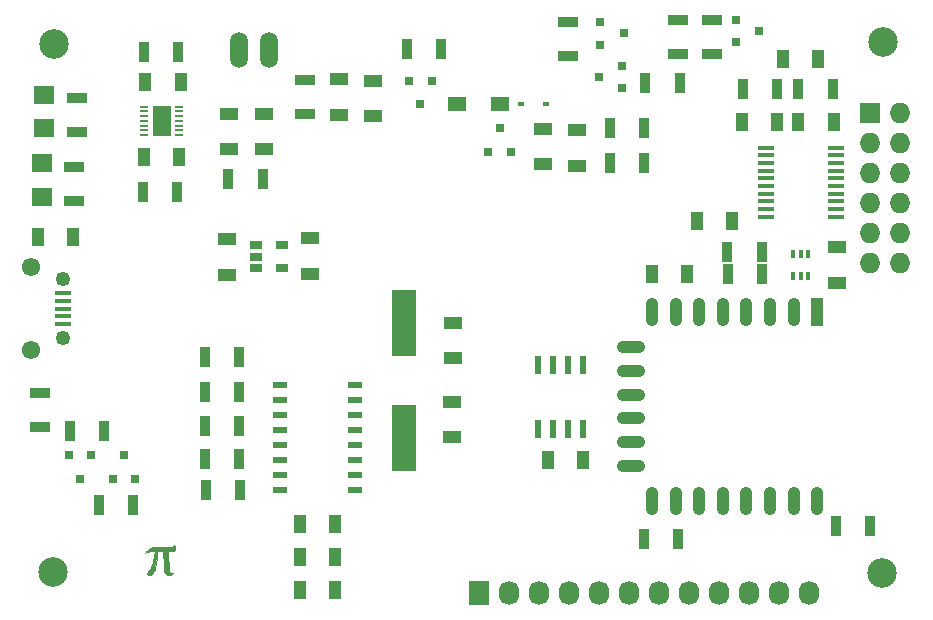
<source format=gts>
G04 #@! TF.FileFunction,Soldermask,Top*
%FSLAX46Y46*%
G04 Gerber Fmt 4.6, Leading zero omitted, Abs format (unit mm)*
G04 Created by KiCad (PCBNEW 4.0.4+e1-6308~48~ubuntu16.04.1-stable) date Fri Oct  7 16:46:28 2016*
%MOMM*%
%LPD*%
G01*
G04 APERTURE LIST*
%ADD10C,0.150000*%
%ADD11C,0.010000*%
%ADD12R,1.727200X2.032000*%
%ADD13O,1.727200X2.032000*%
%ADD14R,0.900000X1.700000*%
%ADD15C,2.500000*%
%ADD16R,1.143000X0.508000*%
%ADD17R,1.600000X1.000000*%
%ADD18O,1.506220X3.014980*%
%ADD19R,1.350000X0.400000*%
%ADD20C,1.250000*%
%ADD21C,1.550000*%
%ADD22R,0.600000X1.550000*%
%ADD23O,2.400000X1.100000*%
%ADD24R,1.100000X2.400000*%
%ADD25O,1.100000X2.400000*%
%ADD26R,0.590000X0.450000*%
%ADD27R,1.000000X1.600000*%
%ADD28R,1.600200X1.198880*%
%ADD29R,1.727200X1.727200*%
%ADD30O,1.727200X1.727200*%
%ADD31R,1.700000X0.900000*%
%ADD32R,2.100580X5.600700*%
%ADD33R,1.800860X1.597660*%
%ADD34R,0.800100X0.800100*%
%ADD35R,1.060000X0.650000*%
%ADD36R,0.700000X0.200000*%
%ADD37R,1.650000X2.500000*%
%ADD38R,0.398780X0.749300*%
%ADD39R,1.450000X0.450000*%
G04 APERTURE END LIST*
D10*
D11*
G36*
X63938164Y-81737621D02*
X63984486Y-81780125D01*
X64022169Y-81836935D01*
X64048672Y-81902087D01*
X64061452Y-81969619D01*
X64059841Y-82023043D01*
X64041998Y-82084157D01*
X64009612Y-82140908D01*
X63966834Y-82187198D01*
X63932211Y-82210484D01*
X63913135Y-82219779D01*
X63894919Y-82226725D01*
X63874061Y-82231730D01*
X63847060Y-82235203D01*
X63810416Y-82237551D01*
X63760628Y-82239181D01*
X63694195Y-82240502D01*
X63671205Y-82240888D01*
X63462781Y-82244317D01*
X63467629Y-82722429D01*
X63469858Y-82915234D01*
X63472502Y-83088093D01*
X63475670Y-83242225D01*
X63479474Y-83378849D01*
X63484024Y-83499184D01*
X63489431Y-83604448D01*
X63495807Y-83695861D01*
X63503262Y-83774641D01*
X63511906Y-83842006D01*
X63521852Y-83899177D01*
X63533209Y-83947371D01*
X63546089Y-83987807D01*
X63560603Y-84021705D01*
X63576861Y-84050282D01*
X63590126Y-84068779D01*
X63623596Y-84100794D01*
X63662327Y-84116517D01*
X63708646Y-84116038D01*
X63764878Y-84099450D01*
X63812813Y-84077582D01*
X63840525Y-84065217D01*
X63858783Y-84060248D01*
X63863084Y-84062082D01*
X63854687Y-84084772D01*
X63832349Y-84114015D01*
X63800343Y-84145588D01*
X63762944Y-84175265D01*
X63725020Y-84198521D01*
X63658271Y-84226813D01*
X63592011Y-84241564D01*
X63518849Y-84243998D01*
X63472113Y-84240439D01*
X63378812Y-84221226D01*
X63297555Y-84184618D01*
X63228365Y-84130642D01*
X63171267Y-84059326D01*
X63126285Y-83970697D01*
X63093444Y-83864784D01*
X63079617Y-83793209D01*
X63077459Y-83770172D01*
X63075015Y-83727909D01*
X63072346Y-83668359D01*
X63069515Y-83593458D01*
X63066584Y-83505145D01*
X63063616Y-83405357D01*
X63060673Y-83296033D01*
X63057816Y-83179109D01*
X63055109Y-83056525D01*
X63053665Y-82985311D01*
X63051175Y-82862613D01*
X63048649Y-82746170D01*
X63046135Y-82637704D01*
X63043681Y-82538934D01*
X63041333Y-82451580D01*
X63039140Y-82377362D01*
X63037149Y-82318000D01*
X63035408Y-82275215D01*
X63033965Y-82250725D01*
X63033191Y-82245413D01*
X63021376Y-82243573D01*
X62991286Y-82241560D01*
X62945811Y-82239490D01*
X62887843Y-82237480D01*
X62820270Y-82235646D01*
X62757179Y-82234307D01*
X62487250Y-82229283D01*
X62487250Y-82404508D01*
X62481506Y-82650773D01*
X62464497Y-82889405D01*
X62436562Y-83118619D01*
X62398039Y-83336631D01*
X62349266Y-83541655D01*
X62290581Y-83731907D01*
X62222321Y-83905601D01*
X62189872Y-83975239D01*
X62163064Y-84025712D01*
X62133289Y-84075188D01*
X62104869Y-84116760D01*
X62088958Y-84136508D01*
X62036268Y-84184399D01*
X61976730Y-84220675D01*
X61914356Y-84244167D01*
X61853157Y-84253707D01*
X61797143Y-84248126D01*
X61759549Y-84232474D01*
X61716051Y-84195947D01*
X61692067Y-84152271D01*
X61687833Y-84103035D01*
X61703586Y-84049827D01*
X61726676Y-84011008D01*
X61846201Y-83829953D01*
X61951314Y-83640157D01*
X62043086Y-83439233D01*
X62122589Y-83224796D01*
X62190894Y-82994461D01*
X62201322Y-82954130D01*
X62225729Y-82848299D01*
X62247735Y-82734443D01*
X62266573Y-82617939D01*
X62281475Y-82504160D01*
X62291674Y-82398482D01*
X62296404Y-82306278D01*
X62296641Y-82286331D01*
X62296750Y-82239954D01*
X62071854Y-82245741D01*
X61987931Y-82248312D01*
X61921234Y-82251428D01*
X61867826Y-82255442D01*
X61823769Y-82260708D01*
X61785123Y-82267579D01*
X61757719Y-82273898D01*
X61690596Y-82294062D01*
X61625254Y-82319668D01*
X61567547Y-82348066D01*
X61523333Y-82376607D01*
X61514523Y-82383946D01*
X61498377Y-82396811D01*
X61494483Y-82395929D01*
X61501109Y-82383441D01*
X61516525Y-82361491D01*
X61539003Y-82332223D01*
X61566810Y-82297781D01*
X61598218Y-82260307D01*
X61631496Y-82221945D01*
X61664914Y-82184839D01*
X61696742Y-82151132D01*
X61724935Y-82123264D01*
X61782898Y-82072694D01*
X61839147Y-82033227D01*
X61903354Y-81998122D01*
X61907422Y-81996128D01*
X61938495Y-81980910D01*
X61966155Y-81967656D01*
X61992042Y-81956213D01*
X62017798Y-81946429D01*
X62045062Y-81938152D01*
X62075476Y-81931230D01*
X62110680Y-81925510D01*
X62152314Y-81920841D01*
X62202020Y-81917070D01*
X62261439Y-81914045D01*
X62332210Y-81911615D01*
X62415974Y-81909625D01*
X62514372Y-81907926D01*
X62629045Y-81906363D01*
X62761633Y-81904786D01*
X62910584Y-81903079D01*
X63084879Y-81900901D01*
X63238051Y-81898635D01*
X63370141Y-81896283D01*
X63481191Y-81893841D01*
X63571245Y-81891310D01*
X63640345Y-81888687D01*
X63688532Y-81885973D01*
X63715850Y-81883166D01*
X63720209Y-81882243D01*
X63779836Y-81855332D01*
X63832825Y-81809690D01*
X63866894Y-81765777D01*
X63902119Y-81713471D01*
X63938164Y-81737621D01*
X63938164Y-81737621D01*
G37*
X63938164Y-81737621D02*
X63984486Y-81780125D01*
X64022169Y-81836935D01*
X64048672Y-81902087D01*
X64061452Y-81969619D01*
X64059841Y-82023043D01*
X64041998Y-82084157D01*
X64009612Y-82140908D01*
X63966834Y-82187198D01*
X63932211Y-82210484D01*
X63913135Y-82219779D01*
X63894919Y-82226725D01*
X63874061Y-82231730D01*
X63847060Y-82235203D01*
X63810416Y-82237551D01*
X63760628Y-82239181D01*
X63694195Y-82240502D01*
X63671205Y-82240888D01*
X63462781Y-82244317D01*
X63467629Y-82722429D01*
X63469858Y-82915234D01*
X63472502Y-83088093D01*
X63475670Y-83242225D01*
X63479474Y-83378849D01*
X63484024Y-83499184D01*
X63489431Y-83604448D01*
X63495807Y-83695861D01*
X63503262Y-83774641D01*
X63511906Y-83842006D01*
X63521852Y-83899177D01*
X63533209Y-83947371D01*
X63546089Y-83987807D01*
X63560603Y-84021705D01*
X63576861Y-84050282D01*
X63590126Y-84068779D01*
X63623596Y-84100794D01*
X63662327Y-84116517D01*
X63708646Y-84116038D01*
X63764878Y-84099450D01*
X63812813Y-84077582D01*
X63840525Y-84065217D01*
X63858783Y-84060248D01*
X63863084Y-84062082D01*
X63854687Y-84084772D01*
X63832349Y-84114015D01*
X63800343Y-84145588D01*
X63762944Y-84175265D01*
X63725020Y-84198521D01*
X63658271Y-84226813D01*
X63592011Y-84241564D01*
X63518849Y-84243998D01*
X63472113Y-84240439D01*
X63378812Y-84221226D01*
X63297555Y-84184618D01*
X63228365Y-84130642D01*
X63171267Y-84059326D01*
X63126285Y-83970697D01*
X63093444Y-83864784D01*
X63079617Y-83793209D01*
X63077459Y-83770172D01*
X63075015Y-83727909D01*
X63072346Y-83668359D01*
X63069515Y-83593458D01*
X63066584Y-83505145D01*
X63063616Y-83405357D01*
X63060673Y-83296033D01*
X63057816Y-83179109D01*
X63055109Y-83056525D01*
X63053665Y-82985311D01*
X63051175Y-82862613D01*
X63048649Y-82746170D01*
X63046135Y-82637704D01*
X63043681Y-82538934D01*
X63041333Y-82451580D01*
X63039140Y-82377362D01*
X63037149Y-82318000D01*
X63035408Y-82275215D01*
X63033965Y-82250725D01*
X63033191Y-82245413D01*
X63021376Y-82243573D01*
X62991286Y-82241560D01*
X62945811Y-82239490D01*
X62887843Y-82237480D01*
X62820270Y-82235646D01*
X62757179Y-82234307D01*
X62487250Y-82229283D01*
X62487250Y-82404508D01*
X62481506Y-82650773D01*
X62464497Y-82889405D01*
X62436562Y-83118619D01*
X62398039Y-83336631D01*
X62349266Y-83541655D01*
X62290581Y-83731907D01*
X62222321Y-83905601D01*
X62189872Y-83975239D01*
X62163064Y-84025712D01*
X62133289Y-84075188D01*
X62104869Y-84116760D01*
X62088958Y-84136508D01*
X62036268Y-84184399D01*
X61976730Y-84220675D01*
X61914356Y-84244167D01*
X61853157Y-84253707D01*
X61797143Y-84248126D01*
X61759549Y-84232474D01*
X61716051Y-84195947D01*
X61692067Y-84152271D01*
X61687833Y-84103035D01*
X61703586Y-84049827D01*
X61726676Y-84011008D01*
X61846201Y-83829953D01*
X61951314Y-83640157D01*
X62043086Y-83439233D01*
X62122589Y-83224796D01*
X62190894Y-82994461D01*
X62201322Y-82954130D01*
X62225729Y-82848299D01*
X62247735Y-82734443D01*
X62266573Y-82617939D01*
X62281475Y-82504160D01*
X62291674Y-82398482D01*
X62296404Y-82306278D01*
X62296641Y-82286331D01*
X62296750Y-82239954D01*
X62071854Y-82245741D01*
X61987931Y-82248312D01*
X61921234Y-82251428D01*
X61867826Y-82255442D01*
X61823769Y-82260708D01*
X61785123Y-82267579D01*
X61757719Y-82273898D01*
X61690596Y-82294062D01*
X61625254Y-82319668D01*
X61567547Y-82348066D01*
X61523333Y-82376607D01*
X61514523Y-82383946D01*
X61498377Y-82396811D01*
X61494483Y-82395929D01*
X61501109Y-82383441D01*
X61516525Y-82361491D01*
X61539003Y-82332223D01*
X61566810Y-82297781D01*
X61598218Y-82260307D01*
X61631496Y-82221945D01*
X61664914Y-82184839D01*
X61696742Y-82151132D01*
X61724935Y-82123264D01*
X61782898Y-82072694D01*
X61839147Y-82033227D01*
X61903354Y-81998122D01*
X61907422Y-81996128D01*
X61938495Y-81980910D01*
X61966155Y-81967656D01*
X61992042Y-81956213D01*
X62017798Y-81946429D01*
X62045062Y-81938152D01*
X62075476Y-81931230D01*
X62110680Y-81925510D01*
X62152314Y-81920841D01*
X62202020Y-81917070D01*
X62261439Y-81914045D01*
X62332210Y-81911615D01*
X62415974Y-81909625D01*
X62514372Y-81907926D01*
X62629045Y-81906363D01*
X62761633Y-81904786D01*
X62910584Y-81903079D01*
X63084879Y-81900901D01*
X63238051Y-81898635D01*
X63370141Y-81896283D01*
X63481191Y-81893841D01*
X63571245Y-81891310D01*
X63640345Y-81888687D01*
X63688532Y-81885973D01*
X63715850Y-81883166D01*
X63720209Y-81882243D01*
X63779836Y-81855332D01*
X63832825Y-81809690D01*
X63866894Y-81765777D01*
X63902119Y-81713471D01*
X63938164Y-81737621D01*
D12*
X89800000Y-85800000D03*
D13*
X92340000Y-85800000D03*
X94880000Y-85800000D03*
X97420000Y-85800000D03*
X99960000Y-85800000D03*
X102500000Y-85800000D03*
X105040000Y-85800000D03*
X107580000Y-85800000D03*
X110120000Y-85800000D03*
X112660000Y-85800000D03*
X115200000Y-85800000D03*
X117740000Y-85800000D03*
D14*
X103750000Y-81200000D03*
X106650000Y-81200000D03*
D15*
X124000000Y-39100000D03*
X123900000Y-84100000D03*
X53700000Y-84000000D03*
X53800000Y-39300000D03*
D16*
X72925000Y-77045000D03*
X72925000Y-74505000D03*
X72925000Y-73235000D03*
X72925000Y-71965000D03*
X72925000Y-70695000D03*
X72925000Y-69425000D03*
X72925000Y-68155000D03*
X79275000Y-68155000D03*
X79275000Y-69425000D03*
X79275000Y-70695000D03*
X79275000Y-71965000D03*
X79275000Y-73235000D03*
X79275000Y-74505000D03*
X79275000Y-75775000D03*
X79275000Y-77045000D03*
X72925000Y-75775000D03*
D14*
X66550000Y-68800000D03*
X69450000Y-68800000D03*
D17*
X68450000Y-55850000D03*
X68450000Y-58850000D03*
D18*
X71970000Y-39800000D03*
X69430000Y-39800000D03*
D19*
X54562540Y-60399100D03*
X54562540Y-61049100D03*
X54562540Y-61699100D03*
X54562540Y-62349100D03*
X54562540Y-62999100D03*
D20*
X54562540Y-59199100D03*
X54562540Y-64199100D03*
D21*
X51862540Y-58199100D03*
X51862540Y-65199100D03*
D22*
X98605000Y-66500000D03*
X97335000Y-66500000D03*
X96065000Y-66500000D03*
X94795000Y-66500000D03*
X94795000Y-71900000D03*
X96065000Y-71900000D03*
X97335000Y-71900000D03*
X98605000Y-71900000D03*
D23*
X102650000Y-64990000D03*
X102650000Y-66990000D03*
X102650000Y-68990000D03*
X102650000Y-70990000D03*
X102650000Y-72990000D03*
X102650000Y-74990000D03*
D24*
X118400000Y-62000000D03*
D25*
X116400000Y-62000000D03*
X114400000Y-62000000D03*
X112400000Y-62000000D03*
X110400000Y-62000000D03*
X108400000Y-62000000D03*
X106400000Y-62000000D03*
X104400000Y-62000000D03*
X104400000Y-78000000D03*
X106400000Y-78000000D03*
X108400000Y-78000000D03*
X110400000Y-78000000D03*
X112400000Y-78000000D03*
X114400000Y-78000000D03*
X116400000Y-78000000D03*
X118400000Y-78000000D03*
D26*
X95455000Y-44400000D03*
X93345000Y-44400000D03*
D17*
X75450000Y-55750000D03*
X75450000Y-58750000D03*
D27*
X74600000Y-79900000D03*
X77600000Y-79900000D03*
X104400000Y-58800000D03*
X107400000Y-58800000D03*
X95600000Y-74500000D03*
X98600000Y-74500000D03*
X112000000Y-45900000D03*
X115000000Y-45900000D03*
X55400000Y-55600000D03*
X52400000Y-55600000D03*
D17*
X80800000Y-42400000D03*
X80800000Y-45400000D03*
D27*
X74600000Y-82700000D03*
X77600000Y-82700000D03*
X74600000Y-85500000D03*
X77600000Y-85500000D03*
D17*
X98100000Y-46600000D03*
X98100000Y-49600000D03*
X120100000Y-59500000D03*
X120100000Y-56500000D03*
X77900000Y-42300000D03*
X77900000Y-45300000D03*
X87500000Y-72600000D03*
X87500000Y-69600000D03*
X87600000Y-62900000D03*
X87600000Y-65900000D03*
X95200000Y-46500000D03*
X95200000Y-49500000D03*
D28*
X87899140Y-44400000D03*
X91500860Y-44400000D03*
D29*
X122900000Y-45100000D03*
D30*
X125440000Y-45100000D03*
X122900000Y-47640000D03*
X125440000Y-47640000D03*
X122900000Y-50180000D03*
X125440000Y-50180000D03*
X122900000Y-52720000D03*
X125440000Y-52720000D03*
X122900000Y-55260000D03*
X125440000Y-55260000D03*
X122900000Y-57800000D03*
X125440000Y-57800000D03*
D14*
X69550000Y-77100000D03*
X66650000Y-77100000D03*
X110850000Y-58800000D03*
X113750000Y-58800000D03*
D31*
X75000000Y-45250000D03*
X75000000Y-42350000D03*
D14*
X86550000Y-39700000D03*
X83650000Y-39700000D03*
X66550000Y-74400000D03*
X69450000Y-74400000D03*
X100850000Y-46400000D03*
X103750000Y-46400000D03*
X103750000Y-49400000D03*
X100850000Y-49400000D03*
X66550000Y-71600000D03*
X69450000Y-71600000D03*
X103850000Y-42600000D03*
X106750000Y-42600000D03*
D31*
X106600000Y-37250000D03*
X106600000Y-40150000D03*
X97300000Y-37450000D03*
X97300000Y-40350000D03*
X109500000Y-40150000D03*
X109500000Y-37250000D03*
D14*
X112100000Y-43100000D03*
X115000000Y-43100000D03*
X116800000Y-43100000D03*
X119700000Y-43100000D03*
X66550000Y-65800000D03*
X69450000Y-65800000D03*
X58050000Y-72100000D03*
X55150000Y-72100000D03*
X57550000Y-78300000D03*
X60450000Y-78300000D03*
D32*
X83400000Y-72648860D03*
X83400000Y-62951140D03*
D27*
X116800000Y-45900000D03*
X119800000Y-45900000D03*
X61400000Y-48900000D03*
X64400000Y-48900000D03*
X64500000Y-42500000D03*
X61500000Y-42500000D03*
D17*
X68600000Y-45200000D03*
X68600000Y-48200000D03*
X71600000Y-45200000D03*
X71600000Y-48200000D03*
D33*
X52900000Y-46419860D03*
X52900000Y-43580140D03*
X52800000Y-52219860D03*
X52800000Y-49380140D03*
D34*
X101900760Y-43050000D03*
X101900760Y-41150000D03*
X99901780Y-42100000D03*
X111499240Y-37250000D03*
X111499240Y-39150000D03*
X113498220Y-38200000D03*
X99999240Y-37450000D03*
X99999240Y-39350000D03*
X101998220Y-38400000D03*
X85750000Y-42399240D03*
X83850000Y-42399240D03*
X84800000Y-44398220D03*
X90550000Y-48400760D03*
X92450000Y-48400760D03*
X91500000Y-46401780D03*
X58750000Y-76100760D03*
X60650000Y-76100760D03*
X59700000Y-74101780D03*
X56950000Y-74099240D03*
X55050000Y-74099240D03*
X56000000Y-76098220D03*
D14*
X61400000Y-40000000D03*
X64300000Y-40000000D03*
X61300000Y-51800000D03*
X64200000Y-51800000D03*
X68550000Y-50700000D03*
X71450000Y-50700000D03*
D31*
X55700000Y-43850000D03*
X55700000Y-46750000D03*
X55500000Y-49700000D03*
X55500000Y-52600000D03*
D14*
X119950000Y-80100000D03*
X122850000Y-80100000D03*
D35*
X70900000Y-56350000D03*
X70900000Y-57300000D03*
X70900000Y-58250000D03*
X73100000Y-58250000D03*
X73100000Y-56350000D03*
D36*
X61400000Y-44600000D03*
X61400000Y-45000000D03*
X61400000Y-45400000D03*
X61400000Y-45800000D03*
X61400000Y-46200000D03*
X61400000Y-46600000D03*
X61400000Y-47000000D03*
X64400000Y-47000000D03*
X64400000Y-46600000D03*
X64400000Y-46200000D03*
X64400000Y-45800000D03*
X64400000Y-45400000D03*
X64400000Y-45000000D03*
X64400000Y-44600000D03*
D37*
X62900000Y-45800000D03*
D38*
X117650240Y-57050040D03*
X117000000Y-57050040D03*
X116349760Y-57050040D03*
X116349760Y-58949960D03*
X117000000Y-58949960D03*
X117650240Y-58949960D03*
D31*
X52600000Y-68850000D03*
X52600000Y-71750000D03*
D27*
X111200000Y-54300000D03*
X108200000Y-54300000D03*
D14*
X110800000Y-56900000D03*
X113700000Y-56900000D03*
D39*
X114050000Y-48075000D03*
X114050000Y-48725000D03*
X114050000Y-49375000D03*
X114050000Y-50025000D03*
X114050000Y-50675000D03*
X114050000Y-51325000D03*
X114050000Y-51975000D03*
X114050000Y-52625000D03*
X114050000Y-53275000D03*
X114050000Y-53925000D03*
X119950000Y-53925000D03*
X119950000Y-53275000D03*
X119950000Y-52625000D03*
X119950000Y-51975000D03*
X119950000Y-51325000D03*
X119950000Y-50675000D03*
X119950000Y-50025000D03*
X119950000Y-49375000D03*
X119950000Y-48725000D03*
X119950000Y-48075000D03*
D27*
X115500000Y-40600000D03*
X118500000Y-40600000D03*
M02*

</source>
